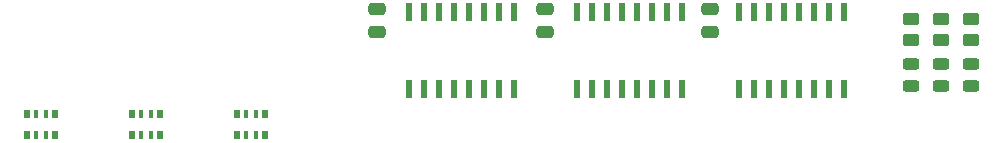
<source format=gbr>
%TF.GenerationSoftware,KiCad,Pcbnew,(6.0.0-0)*%
%TF.CreationDate,2022-07-05T22:02:19-04:00*%
%TF.ProjectId,Comparator,436f6d70-6172-4617-946f-722e6b696361,rev?*%
%TF.SameCoordinates,Original*%
%TF.FileFunction,Paste,Top*%
%TF.FilePolarity,Positive*%
%FSLAX46Y46*%
G04 Gerber Fmt 4.6, Leading zero omitted, Abs format (unit mm)*
G04 Created by KiCad (PCBNEW (6.0.0-0)) date 2022-07-05 22:02:19*
%MOMM*%
%LPD*%
G01*
G04 APERTURE LIST*
G04 Aperture macros list*
%AMRoundRect*
0 Rectangle with rounded corners*
0 $1 Rounding radius*
0 $2 $3 $4 $5 $6 $7 $8 $9 X,Y pos of 4 corners*
0 Add a 4 corners polygon primitive as box body*
4,1,4,$2,$3,$4,$5,$6,$7,$8,$9,$2,$3,0*
0 Add four circle primitives for the rounded corners*
1,1,$1+$1,$2,$3*
1,1,$1+$1,$4,$5*
1,1,$1+$1,$6,$7*
1,1,$1+$1,$8,$9*
0 Add four rect primitives between the rounded corners*
20,1,$1+$1,$2,$3,$4,$5,0*
20,1,$1+$1,$4,$5,$6,$7,0*
20,1,$1+$1,$6,$7,$8,$9,0*
20,1,$1+$1,$8,$9,$2,$3,0*%
G04 Aperture macros list end*
%ADD10RoundRect,0.243750X-0.456250X0.243750X-0.456250X-0.243750X0.456250X-0.243750X0.456250X0.243750X0*%
%ADD11RoundRect,0.250000X-0.475000X0.250000X-0.475000X-0.250000X0.475000X-0.250000X0.475000X0.250000X0*%
%ADD12R,0.500000X0.800000*%
%ADD13R,0.400000X0.800000*%
%ADD14RoundRect,0.137500X0.137500X-0.662500X0.137500X0.662500X-0.137500X0.662500X-0.137500X-0.662500X0*%
%ADD15RoundRect,0.250000X0.450000X-0.262500X0.450000X0.262500X-0.450000X0.262500X-0.450000X-0.262500X0*%
G04 APERTURE END LIST*
D10*
%TO.C,D6*%
X197612000Y-98122500D03*
X197612000Y-99997500D03*
%TD*%
D11*
%TO.C,C11*%
X161544000Y-93538000D03*
X161544000Y-95438000D03*
%TD*%
%TO.C,C12*%
X147320000Y-93538000D03*
X147320000Y-95438000D03*
%TD*%
D12*
%TO.C,RN6*%
X120072000Y-102361021D03*
D13*
X119272000Y-102361021D03*
X118472000Y-102361021D03*
D12*
X117672000Y-102361021D03*
X117672000Y-104161021D03*
D13*
X118472000Y-104161021D03*
X119272000Y-104161021D03*
D12*
X120072000Y-104161021D03*
%TD*%
%TO.C,RN4*%
X137852000Y-102361021D03*
D13*
X137052000Y-102361021D03*
X136252000Y-102361021D03*
D12*
X135452000Y-102361021D03*
X135452000Y-104161021D03*
D13*
X136252000Y-104161021D03*
X137052000Y-104161021D03*
D12*
X137852000Y-104161021D03*
%TD*%
D14*
%TO.C,U4*%
X177927000Y-100278000D03*
X179197000Y-100278000D03*
X180467000Y-100278000D03*
X181737000Y-100278000D03*
X183007000Y-100278000D03*
X184277000Y-100278000D03*
X185547000Y-100278000D03*
X186817000Y-100278000D03*
X186817000Y-93778000D03*
X185547000Y-93778000D03*
X184277000Y-93778000D03*
X183007000Y-93778000D03*
X181737000Y-93778000D03*
X180467000Y-93778000D03*
X179197000Y-93778000D03*
X177927000Y-93778000D03*
%TD*%
D15*
%TO.C,R4*%
X192532000Y-96162500D03*
X192532000Y-94337500D03*
%TD*%
D10*
%TO.C,D5*%
X195072000Y-98122500D03*
X195072000Y-99997500D03*
%TD*%
D15*
%TO.C,R5*%
X195072000Y-96162500D03*
X195072000Y-94337500D03*
%TD*%
%TO.C,R6*%
X197612000Y-96162500D03*
X197612000Y-94337500D03*
%TD*%
D14*
%TO.C,U6*%
X149987000Y-100278000D03*
X151257000Y-100278000D03*
X152527000Y-100278000D03*
X153797000Y-100278000D03*
X155067000Y-100278000D03*
X156337000Y-100278000D03*
X157607000Y-100278000D03*
X158877000Y-100278000D03*
X158877000Y-93778000D03*
X157607000Y-93778000D03*
X156337000Y-93778000D03*
X155067000Y-93778000D03*
X153797000Y-93778000D03*
X152527000Y-93778000D03*
X151257000Y-93778000D03*
X149987000Y-93778000D03*
%TD*%
D10*
%TO.C,D4*%
X192532000Y-98122500D03*
X192532000Y-99997500D03*
%TD*%
D12*
%TO.C,RN5*%
X128962000Y-102361021D03*
D13*
X128162000Y-102361021D03*
X127362000Y-102361021D03*
D12*
X126562000Y-102361021D03*
X126562000Y-104161021D03*
D13*
X127362000Y-104161021D03*
X128162000Y-104161021D03*
D12*
X128962000Y-104161021D03*
%TD*%
D14*
%TO.C,U5*%
X164211000Y-100278000D03*
X165481000Y-100278000D03*
X166751000Y-100278000D03*
X168021000Y-100278000D03*
X169291000Y-100278000D03*
X170561000Y-100278000D03*
X171831000Y-100278000D03*
X173101000Y-100278000D03*
X173101000Y-93778000D03*
X171831000Y-93778000D03*
X170561000Y-93778000D03*
X169291000Y-93778000D03*
X168021000Y-93778000D03*
X166751000Y-93778000D03*
X165481000Y-93778000D03*
X164211000Y-93778000D03*
%TD*%
D11*
%TO.C,C13*%
X175514000Y-93538000D03*
X175514000Y-95438000D03*
%TD*%
M02*

</source>
